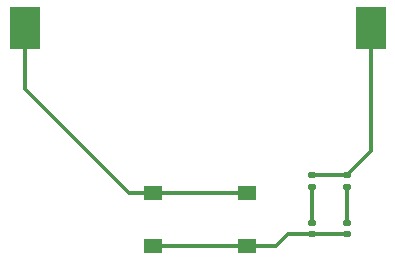
<source format=gbr>
%TF.GenerationSoftware,KiCad,Pcbnew,8.0.1*%
%TF.CreationDate,2024-04-22T22:39:20-04:00*%
%TF.ProjectId,Simple_LED,53696d70-6c65-45f4-9c45-442e6b696361,rev?*%
%TF.SameCoordinates,Original*%
%TF.FileFunction,Copper,L1,Top*%
%TF.FilePolarity,Positive*%
%FSLAX46Y46*%
G04 Gerber Fmt 4.6, Leading zero omitted, Abs format (unit mm)*
G04 Created by KiCad (PCBNEW 8.0.1) date 2024-04-22 22:39:20*
%MOMM*%
%LPD*%
G01*
G04 APERTURE LIST*
G04 Aperture macros list*
%AMRoundRect*
0 Rectangle with rounded corners*
0 $1 Rounding radius*
0 $2 $3 $4 $5 $6 $7 $8 $9 X,Y pos of 4 corners*
0 Add a 4 corners polygon primitive as box body*
4,1,4,$2,$3,$4,$5,$6,$7,$8,$9,$2,$3,0*
0 Add four circle primitives for the rounded corners*
1,1,$1+$1,$2,$3*
1,1,$1+$1,$4,$5*
1,1,$1+$1,$6,$7*
1,1,$1+$1,$8,$9*
0 Add four rect primitives between the rounded corners*
20,1,$1+$1,$2,$3,$4,$5,0*
20,1,$1+$1,$4,$5,$6,$7,0*
20,1,$1+$1,$6,$7,$8,$9,0*
20,1,$1+$1,$8,$9,$2,$3,0*%
G04 Aperture macros list end*
%TA.AperFunction,SMDPad,CuDef*%
%ADD10RoundRect,0.135000X0.185000X-0.135000X0.185000X0.135000X-0.185000X0.135000X-0.185000X-0.135000X0*%
%TD*%
%TA.AperFunction,SMDPad,CuDef*%
%ADD11RoundRect,0.147500X0.172500X-0.147500X0.172500X0.147500X-0.172500X0.147500X-0.172500X-0.147500X0*%
%TD*%
%TA.AperFunction,SMDPad,CuDef*%
%ADD12R,1.550000X1.300000*%
%TD*%
%TA.AperFunction,SMDPad,CuDef*%
%ADD13R,2.600000X3.600000*%
%TD*%
%TA.AperFunction,Conductor*%
%ADD14C,0.350000*%
%TD*%
G04 APERTURE END LIST*
D10*
%TO.P,R1,1*%
%TO.N,Net-(D1-A)*%
X150490000Y-92510000D03*
%TO.P,R1,2*%
%TO.N,Net-(BT1--)*%
X150490000Y-91490000D03*
%TD*%
D11*
%TO.P,D2,1,K*%
%TO.N,Net-(D1-K)*%
X147515000Y-96485000D03*
%TO.P,D2,2,A*%
%TO.N,Net-(D2-A)*%
X147515000Y-95515000D03*
%TD*%
%TO.P,D1,1,K*%
%TO.N,Net-(D1-K)*%
X150515000Y-96485000D03*
%TO.P,D1,2,A*%
%TO.N,Net-(D1-A)*%
X150515000Y-95515000D03*
%TD*%
D10*
%TO.P,R2,1*%
%TO.N,Net-(D2-A)*%
X147490000Y-92510000D03*
%TO.P,R2,2*%
%TO.N,Net-(BT1--)*%
X147490000Y-91490000D03*
%TD*%
D12*
%TO.P,SW1,1,C*%
%TO.N,Net-(BT1-+)*%
X134050000Y-93000000D03*
X142000000Y-93000000D03*
%TO.P,SW1,2,D*%
%TO.N,Net-(D1-K)*%
X134050000Y-97500000D03*
X142000000Y-97500000D03*
%TD*%
D13*
%TO.P,BT1,1,+*%
%TO.N,Net-(BT1-+)*%
X123200000Y-79000000D03*
%TO.P,BT1,2,-*%
%TO.N,Net-(BT1--)*%
X152500000Y-79000000D03*
%TD*%
D14*
%TO.N,Net-(BT1-+)*%
X142000000Y-93000000D02*
X134050000Y-93000000D01*
X132000000Y-93000000D02*
X134050000Y-93000000D01*
X123200000Y-79000000D02*
X123200000Y-84200000D01*
X123200000Y-84200000D02*
X132000000Y-93000000D01*
%TO.N,Net-(BT1--)*%
X152500000Y-79000000D02*
X152500000Y-89480000D01*
X152500000Y-89480000D02*
X150490000Y-91490000D01*
X150490000Y-91490000D02*
X147490000Y-91490000D01*
%TO.N,Net-(D1-K)*%
X150515000Y-96485000D02*
X147515000Y-96485000D01*
X144500000Y-97500000D02*
X142000000Y-97500000D01*
X147515000Y-96485000D02*
X145515000Y-96485000D01*
X145515000Y-96485000D02*
X144500000Y-97500000D01*
X142000000Y-97500000D02*
X134050000Y-97500000D01*
%TO.N,Net-(D1-A)*%
X150490000Y-95490000D02*
X150515000Y-95515000D01*
X150490000Y-92510000D02*
X150490000Y-95490000D01*
%TO.N,Net-(D2-A)*%
X147490000Y-92510000D02*
X147490000Y-95490000D01*
X147490000Y-95490000D02*
X147515000Y-95515000D01*
%TD*%
M02*

</source>
